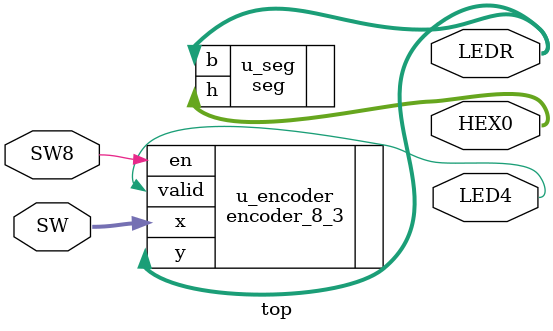
<source format=v>
module top (
  input  [7:0] SW,     // SW0~SW7
  input        SW8,    // 使能信号
  output [2:0] LEDR,   // 编码结果
  output       LED4,   // 有效指示灯
  // output       LED8,   // LED8 对应 SW8,只是举一反三
  output [6:0] HEX0    // 数码管显示
);

  encoder_8_3 u_encoder (
    .x(SW),
    .en(SW8),
    .y(LEDR),
    .valid(LED4)
  );

  seg u_seg (
    .b(LEDR),  
    .h(HEX0)  
  );

  // assign LED8 = SW8;

endmodule

</source>
